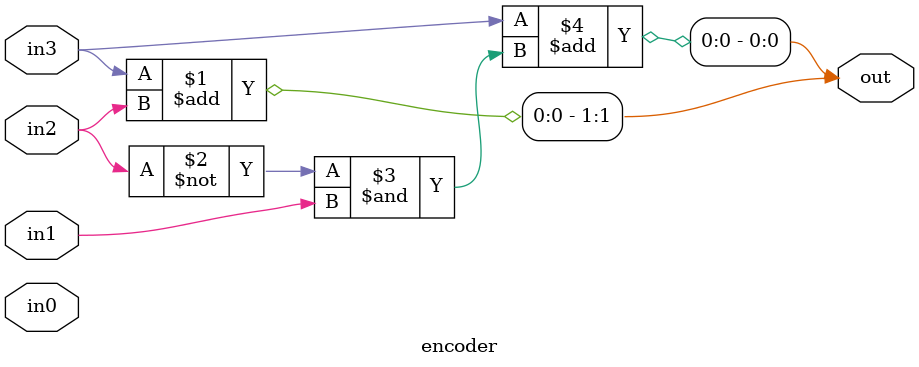
<source format=v>
module encoder(out, in0,in1,in2,in3);

input in3, in2, in1, in0;
output [1:0] out;

assign out[1] = in3 + in2;
assign out[0] = in3 + ((~in2)&in1);

endmodule
</source>
